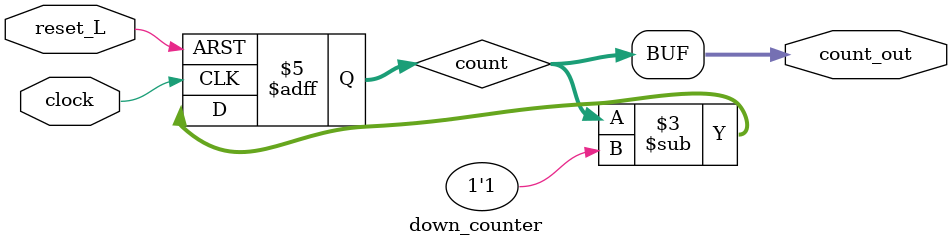
<source format=v>
`timescale 1ns / 1ps


module down_counter(
input clock,
input reset_L,
output [3:0] count_out
    );
    reg [3:0] count = 'b1;
    assign count_out = count;
    
    always @ (posedge clock, negedge reset_L)
    begin
    if(!reset_L)
    count <= 'b1;
    else
    count <= count - 1'b1;
    end
endmodule

</source>
